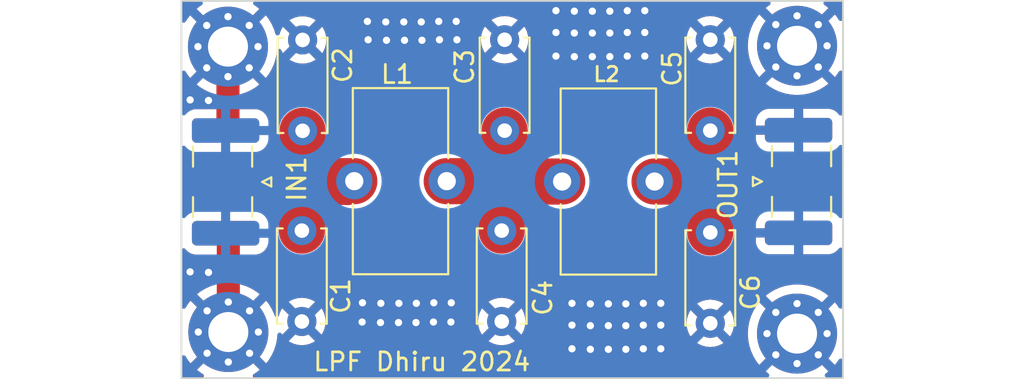
<source format=kicad_pcb>
(kicad_pcb (version 20240617) (generator "pcbnew") (generator_version "8.99")
  (layers (0 "F.Cu" signal) (31 "B.Cu" signal) (34 "B.Paste" user) (35 "F.Paste" user) (36 "B.SilkS" user "B.Silkscreen") (37 "F.SilkS" user "F.Silkscreen") (38 "B.Mask" user) (39 "F.Mask" user) (44 "Edge.Cuts" user))
  (net 0 "")
  (net 1 "GND")
  (net 2 "Net-(IN1-In)")
  (net 3 "Net-(OUT1-In)")
  (net 4 "Net-(C3-Pad1)")
  (footprint "Inductor_THT:L_Toroid_Vertical_L10.0mm_W5.0mm_P5.08mm" (layer "F.Cu") (at 106.26 103 90)
    (property "Reference" "L2" (at 5.9 2.44 180) (layer "F.SilkS") (effects (font (size 0.8 0.8))))
    (property "Value" "L_Small" (hide yes))
    (fp_line (start 5.12 -0.08) (end 5.12 5.16) (stroke (width 0.12)) (layer "F.SilkS"))
    (fp_line (start 1.255 -0.08) (end 5.12 -0.08) (stroke (width 0.12)) (layer "F.SilkS"))
    (fp_line (start -5.12 -0.08) (end -1.255 -0.08) (stroke (width 0.12)) (layer "F.SilkS"))
    (fp_line (start -5.12 -0.08) (end -5.12 5.16) (stroke (width 0.12)) (layer "F.SilkS"))
    (fp_line (start 1.255 5.16) (end 5.12 5.16) (stroke (width 0.12)) (layer "F.SilkS"))
    (fp_line (start -5.12 5.16) (end -1.255 5.16) (stroke (width 0.12)) (layer "F.SilkS"))
    (pad "1" thru_hole circle (at 0 0 90) (size 2 2) (drill 1) (layers "*.Cu" "*.Mask") (net 4 "Net-(C3-Pad1)"))
    (pad "2" thru_hole circle (at 0 5.08 90) (size 2 2) (drill 1) (layers "*.Cu" "*.Mask") (net 3 "Net-(OUT1-In)"))
  )
  (footprint "Capacitor_THT:C_Disc_D5.0mm_W2.5mm_P5.00mm" (layer "F.Cu") (at 92 100.21 90)
    (property "Reference" "C2" (at 3.61 2.2 90) (layer "F.SilkS"))
    (property "Value" "100n" (hide yes))
    (fp_line (start 5.12 -1.37) (end 5.12 -1.055) (stroke (width 0.12)) (layer "F.SilkS"))
    (fp_line (start -0.12 -1.37) (end 5.12 -1.37) (stroke (width 0.12)) (layer "F.SilkS"))
    (fp_line (start -0.12 -1.37) (end -0.12 -1.055) (stroke (width 0.12)) (layer "F.SilkS"))
    (fp_line (start 5.12 1.055) (end 5.12 1.37) (stroke (width 0.12)) (layer "F.SilkS"))
    (fp_line (start -0.12 1.055) (end -0.12 1.37) (stroke (width 0.12)) (layer "F.SilkS"))
    (fp_line (start -0.12 1.37) (end 5.12 1.37) (stroke (width 0.12)) (layer "F.SilkS"))
    (pad "1" thru_hole circle (at 0 0 90) (size 1.6 1.6) (drill 0.8) (layers "*.Cu" "*.Mask") (net 2 "Net-(IN1-In)"))
    (pad "2" thru_hole circle (at 5 0 90) (size 1.6 1.6) (drill 0.8) (layers "*.Cu" "*.Mask") (net 1 "GND"))
  )
  (footprint "Capacitor_THT:C_Disc_D5.0mm_W2.5mm_P5.00mm" (layer "F.Cu") (at 91.96 105.7 -90)
    (property "Reference" "C1" (at 3.6 -2.14 -90) (layer "F.SilkS"))
    (property "Value" "100n" (hide yes))
    (fp_line (start -0.12 1.37) (end 5.12 1.37) (stroke (width 0.12)) (layer "F.SilkS"))
    (fp_line (start -0.12 1.055) (end -0.12 1.37) (stroke (width 0.12)) (layer "F.SilkS"))
    (fp_line (start 5.12 1.055) (end 5.12 1.37) (stroke (width 0.12)) (layer "F.SilkS"))
    (fp_line (start -0.12 -1.37) (end -0.12 -1.055) (stroke (width 0.12)) (layer "F.SilkS"))
    (fp_line (start -0.12 -1.37) (end 5.12 -1.37) (stroke (width 0.12)) (layer "F.SilkS"))
    (fp_line (start 5.12 -1.37) (end 5.12 -1.055) (stroke (width 0.12)) (layer "F.SilkS"))
    (pad "1" thru_hole circle (at 0 0 270) (size 1.6 1.6) (drill 0.8) (layers "*.Cu" "*.Mask") (net 2 "Net-(IN1-In)"))
    (pad "2" thru_hole circle (at 5 0 270) (size 1.6 1.6) (drill 0.8) (layers "*.Cu" "*.Mask") (net 1 "GND"))
  )
  (footprint "Connector_Coaxial:SMA_Samtec_SMA-J-P-H-ST-EM1_EdgeMount" (layer "F.Cu") (at 119.5 103)
    (property "Reference" "OUT1" (at -4.13 0.165 90) (layer "F.SilkS"))
    (property "Value" "SMA" (hide yes))
    (fp_line (start -2.76 -0.25) (end -2.76 0.25) (stroke (width 0.12)) (layer "F.SilkS"))
    (fp_line (start -2.76 0.25) (end -2.26 0) (stroke (width 0.12)) (layer "F.SilkS"))
    (fp_line (start -2.26 0) (end -2.76 -0.25) (stroke (width 0.12)) (layer "F.SilkS"))
    (fp_line (start -1.71 -0.84) (end -1.71 -1.95) (stroke (width 0.12)) (layer "F.SilkS"))
    (fp_line (start -1.71 1.95) (end -1.71 0.84) (stroke (width 0.12)) (layer "F.SilkS"))
    (fp_line (start 1.54 -0.84) (end 1.54 -1.95) (stroke (width 0.12)) (layer "F.SilkS"))
    (fp_line (start 1.54 1.95) (end 1.54 0.84) (stroke (width 0.12)) (layer "F.SilkS"))
    (pad "1" smd roundrect (at 0 0 90) (size 1.27 3.2) (layers "F.Cu" "F.Mask") (roundrect_rratio 0.1968503937) (net 3 "Net-(OUT1-In)"))
    (pad "2" smd roundrect (at -0.25 -2.825 90) (size 1.35 3.7) (layers "F.Cu" "F.Mask") (roundrect_rratio 0.1851851852) (net 1 "GND"))
    (pad "2" smd roundrect (at -0.25 -2.825 90) (size 1.35 3.7) (layers "B.Cu" "B.Mask") (roundrect_rratio 0.1851851852) (net 1 "GND"))
    (pad "2" smd roundrect (at -0.25 2.825 90) (size 1.35 3.7) (layers "F.Cu" "F.Mask") (roundrect_rratio 0.1851851852) (net 1 "GND"))
    (pad "2" smd roundrect (at -0.25 2.825 90) (size 1.35 3.7) (layers "B.Cu" "B.Mask") (roundrect_rratio 0.1851851852) (net 1 "GND"))
  )
  (footprint "Connector_Coaxial:SMA_Samtec_SMA-J-P-H-ST-EM1_EdgeMount" (layer "F.Cu") (at 87.52 103.02 180)
    (property "Reference" "IN1" (at -4.16 0.16 90) (layer "F.SilkS"))
    (property "Value" "SMA" (hide yes))
    (fp_line (start 1.54 1.95) (end 1.54 0.84) (stroke (width 0.12)) (layer "F.SilkS"))
    (fp_line (start 1.54 -0.84) (end 1.54 -1.95) (stroke (width 0.12)) (layer "F.SilkS"))
    (fp_line (start -1.71 1.95) (end -1.71 0.84) (stroke (width 0.12)) (layer "F.SilkS"))
    (fp_line (start -1.71 -0.84) (end -1.71 -1.95) (stroke (width 0.12)) (layer "F.SilkS"))
    (fp_line (start -2.26 0) (end -2.76 -0.25) (stroke (width 0.12)) (layer "F.SilkS"))
    (fp_line (start -2.76 0.25) (end -2.26 0) (stroke (width 0.12)) (layer "F.SilkS"))
    (fp_line (start -2.76 -0.25) (end -2.76 0.25) (stroke (width 0.12)) (layer "F.SilkS"))
    (pad "1" smd roundrect (at 0 0 270) (size 1.27 3.2) (layers "F.Cu" "F.Mask") (roundrect_rratio 0.1968503937) (net 2 "Net-(IN1-In)"))
    (pad "2" smd roundrect (at -0.25 -2.825 270) (size 1.35 3.7) (layers "F.Cu" "F.Mask") (roundrect_rratio 0.1851851852) (net 1 "GND"))
    (pad "2" smd roundrect (at -0.25 -2.825 270) (size 1.35 3.7) (layers "B.Cu" "B.Mask") (roundrect_rratio 0.1851851852) (net 1 "GND"))
    (pad "2" smd roundrect (at -0.25 2.825 270) (size 1.35 3.7) (layers "F.Cu" "F.Mask") (roundrect_rratio 0.1851851852) (net 1 "GND"))
    (pad "2" smd roundrect (at -0.25 2.825 270) (size 1.35 3.7) (layers "B.Cu" "B.Mask") (roundrect_rratio 0.1851851852) (net 1 "GND"))
  )
  (footprint "Capacitor_THT:C_Disc_D5.0mm_W2.5mm_P5.00mm" (layer "F.Cu") (at 103.1 100.2 90)
    (property "Reference" "C3" (at 3.5 -2.2 90) (layer "F.SilkS"))
    (property "Value" "100n" (hide yes))
    (fp_line (start 5.12 -1.37) (end 5.12 -1.055) (stroke (width 0.12)) (layer "F.SilkS"))
    (fp_line (start -0.12 -1.37) (end 5.12 -1.37) (stroke (width 0.12)) (layer "F.SilkS"))
    (fp_line (start -0.12 -1.37) (end -0.12 -1.055) (stroke (width 0.12)) (layer "F.SilkS"))
    (fp_line (start 5.12 1.055) (end 5.12 1.37) (stroke (width 0.12)) (layer "F.SilkS"))
    (fp_line (start -0.12 1.055) (end -0.12 1.37) (stroke (width 0.12)) (layer "F.SilkS"))
    (fp_line (start -0.12 1.37) (end 5.12 1.37) (stroke (width 0.12)) (layer "F.SilkS"))
    (pad "1" thru_hole circle (at 0 0 90) (size 1.6 1.6) (drill 0.8) (layers "*.Cu" "*.Mask") (net 4 "Net-(C3-Pad1)"))
    (pad "2" thru_hole circle (at 5 0 90) (size 1.6 1.6) (drill 0.8) (layers "*.Cu" "*.Mask") (net 1 "GND"))
  )
  (footprint "Capacitor_THT:C_Disc_D5.0mm_W2.5mm_P5.00mm" (layer "F.Cu") (at 114.4 105.8 -90)
    (property "Reference" "C6" (at 3.3 -2.2 90) (layer "F.SilkS"))
    (property "Value" "100n" (hide yes))
    (fp_line (start -0.12 1.37) (end 5.12 1.37) (stroke (width 0.12)) (layer "F.SilkS"))
    (fp_line (start -0.12 1.055) (end -0.12 1.37) (stroke (width 0.12)) (layer "F.SilkS"))
    (fp_line (start 5.12 1.055) (end 5.12 1.37) (stroke (width 0.12)) (layer "F.SilkS"))
    (fp_line (start -0.12 -1.37) (end -0.12 -1.055) (stroke (width 0.12)) (layer "F.SilkS"))
    (fp_line (start -0.12 -1.37) (end 5.12 -1.37) (stroke (width 0.12)) (layer "F.SilkS"))
    (fp_line (start 5.12 -1.37) (end 5.12 -1.055) (stroke (width 0.12)) (layer "F.SilkS"))
    (pad "1" thru_hole circle (at 0 0 270) (size 1.6 1.6) (drill 0.8) (layers "*.Cu" "*.Mask") (net 3 "Net-(OUT1-In)"))
    (pad "2" thru_hole circle (at 5 0 270) (size 1.6 1.6) (drill 0.8) (layers "*.Cu" "*.Mask") (net 1 "GND"))
  )
  (footprint "MountingHole:MountingHole_2.2mm_M2_Pad_Via" (layer "F.Cu") (at 87.92 111.28)
    (property "Reference" "H4" (hide yes))
    (property "Value" "MountingHole_Pad" (hide yes))
    (pad "1" thru_hole circle (at -1.65 0) (size 0.7 0.7) (drill 0.4) (layers "*.Cu" "*.Mask") (net 1 "GND"))
    (pad "1" thru_hole circle (at -1.166726 -1.166726) (size 0.7 0.7) (drill 0.4) (layers "*.Cu" "*.Mask") (net 1 "GND"))
    (pad "1" thru_hole circle (at -1.166726 1.166726) (size 0.7 0.7) (drill 0.4) (layers "*.Cu" "*.Mask") (net 1 "GND"))
    (pad "1" thru_hole circle (at 0 -1.65) (size 0.7 0.7) (drill 0.4) (layers "*.Cu" "*.Mask") (net 1 "GND"))
    (pad "1" thru_hole circle (at 0 0) (size 4.4 4.4) (drill 2.2) (layers "*.Cu" "*.Mask") (net 1 "GND"))
    (pad "1" thru_hole circle (at 0 1.65) (size 0.7 0.7) (drill 0.4) (layers "*.Cu" "*.Mask") (net 1 "GND"))
    (pad "1" thru_hole circle (at 1.166726 -1.166726) (size 0.7 0.7) (drill 0.4) (layers "*.Cu" "*.Mask") (net 1 "GND"))
    (pad "1" thru_hole circle (at 1.166726 1.166726) (size 0.7 0.7) (drill 0.4) (layers "*.Cu" "*.Mask") (net 1 "GND"))
    (pad "1" thru_hole circle (at 1.65 0) (size 0.7 0.7) (drill 0.4) (layers "*.Cu" "*.Mask") (net 1 "GND"))
  )
  (footprint "Capacitor_THT:C_Disc_D5.0mm_W2.5mm_P5.00mm" (layer "F.Cu") (at 102.94 105.7 -90)
    (property "Reference" "C4" (at 3.7 -2.26 -90) (layer "F.SilkS"))
    (property "Value" "100n" (hide yes))
    (fp_line (start -0.12 1.37) (end 5.12 1.37) (stroke (width 0.12)) (layer "F.SilkS"))
    (fp_line (start -0.12 1.055) (end -0.12 1.37) (stroke (width 0.12)) (layer "F.SilkS"))
    (fp_line (start 5.12 1.055) (end 5.12 1.37) (stroke (width 0.12)) (layer "F.SilkS"))
    (fp_line (start -0.12 -1.37) (end -0.12 -1.055) (stroke (width 0.12)) (layer "F.SilkS"))
    (fp_line (start -0.12 -1.37) (end 5.12 -1.37) (stroke (width 0.12)) (layer "F.SilkS"))
    (fp_line (start 5.12 -1.37) (end 5.12 -1.055) (stroke (width 0.12)) (layer "F.SilkS"))
    (pad "1" thru_hole circle (at 0 0 270) (size 1.6 1.6) (drill 0.8) (layers "*.Cu" "*.Mask") (net 4 "Net-(C3-Pad1)"))
    (pad "2" thru_hole circle (at 5 0 270) (size 1.6 1.6) (drill 0.8) (layers "*.Cu" "*.Mask") (net 1 "GND"))
  )
  (footprint "MountingHole:MountingHole_2.2mm_M2_Pad_Via" (layer "F.Cu") (at 119.166726 95.533274)
    (property "Reference" "H2" (hide yes))
    (property "Value" "MountingHole_Pad" (hide yes))
    (pad "1" thru_hole circle (at -1.65 0) (size 0.7 0.7) (drill 0.4) (layers "*.Cu" "*.Mask") (net 1 "GND"))
    (pad "1" thru_hole circle (at -1.166726 -1.166726) (size 0.7 0.7) (drill 0.4) (layers "*.Cu" "*.Mask") (net 1 "GND"))
    (pad "1" thru_hole circle (at -1.166726 1.166726) (size 0.7 0.7) (drill 0.4) (layers "*.Cu" "*.Mask") (net 1 "GND"))
    (pad "1" thru_hole circle (at 0 -1.65) (size 0.7 0.7) (drill 0.4) (layers "*.Cu" "*.Mask") (net 1 "GND"))
    (pad "1" thru_hole circle (at 0 0) (size 4.4 4.4) (drill 2.2) (layers "*.Cu" "*.Mask") (net 1 "GND"))
    (pad "1" thru_hole circle (at 0 1.65) (size 0.7 0.7) (drill 0.4) (layers "*.Cu" "*.Mask") (net 1 "GND"))
    (pad "1" thru_hole circle (at 1.166726 -1.166726) (size 0.7 0.7) (drill 0.4) (layers "*.Cu" "*.Mask") (net 1 "GND"))
    (pad "1" thru_hole circle (at 1.166726 1.166726) (size 0.7 0.7) (drill 0.4) (layers "*.Cu" "*.Mask") (net 1 "GND"))
    (pad "1" thru_hole circle (at 1.65 0) (size 0.7 0.7) (drill 0.4) (layers "*.Cu" "*.Mask") (net 1 "GND"))
  )
  (footprint "MountingHole:MountingHole_2.2mm_M2_Pad_Via" (layer "F.Cu") (at 119.166726 111.366726)
    (property "Reference" "H3" (hide yes))
    (property "Value" "MountingHole_Pad" (hide yes))
    (pad "1" thru_hole circle (at -1.65 0) (size 0.7 0.7) (drill 0.4) (layers "*.Cu" "*.Mask") (net 1 "GND"))
    (pad "1" thru_hole circle (at -1.166726 -1.166726) (size 0.7 0.7) (drill 0.4) (layers "*.Cu" "*.Mask") (net 1 "GND"))
    (pad "1" thru_hole circle (at -1.166726 1.166726) (size 0.7 0.7) (drill 0.4) (layers "*.Cu" "*.Mask") (net 1 "GND"))
    (pad "1" thru_hole circle (at 0 -1.65) (size 0.7 0.7) (drill 0.4) (layers "*.Cu" "*.Mask") (net 1 "GND"))
    (pad "1" thru_hole circle (at 0 0) (size 4.4 4.4) (drill 2.2) (layers "*.Cu" "*.Mask") (net 1 "GND"))
    (pad "1" thru_hole circle (at 0 1.65) (size 0.7 0.7) (drill 0.4) (layers "*.Cu" "*.Mask") (net 1 "GND"))
    (pad "1" thru_hole circle (at 1.166726 -1.166726) (size 0.7 0.7) (drill 0.4) (layers "*.Cu" "*.Mask") (net 1 "GND"))
    (pad "1" thru_hole circle (at 1.166726 1.166726) (size 0.7 0.7) (drill 0.4) (layers "*.Cu" "*.Mask") (net 1 "GND"))
    (pad "1" thru_hole circle (at 1.65 0) (size 0.7 0.7) (drill 0.4) (layers "*.Cu" "*.Mask") (net 1 "GND"))
  )
  (footprint "Inductor_THT:L_Toroid_Vertical_L10.0mm_W5.0mm_P5.08mm" (layer "F.Cu") (at 94.84 102.98 90)
    (property "Reference" "L1" (at 5.88 2.35 180) (layer "F.SilkS"))
    (property "Value" "L_Small" (hide yes))
    (fp_line (start 5.12 -0.08) (end 5.12 5.16) (stroke (width 0.12)) (layer "F.SilkS"))
    (fp_line (start 1.255 -0.08) (end 5.12 -0.08) (stroke (width 0.12)) (layer "F.SilkS"))
    (fp_line (start -5.12 -0.08) (end -1.255 -0.08) (stroke (width 0.12)) (layer "F.SilkS"))
    (fp_line (start -5.12 -0.08) (end -5.12 5.16) (stroke (width 0.12)) (layer "F.SilkS"))
    (fp_line (start 1.255 5.16) (end 5.12 5.16) (stroke (width 0.12)) (layer "F.SilkS"))
    (fp_line (start -5.12 5.16) (end -1.255 5.16) (stroke (width 0.12)) (layer "F.SilkS"))
    (pad "1" thru_hole circle (at 0 0 90) (size 2 2) (drill 1) (layers "*.Cu" "*.Mask") (net 2 "Net-(IN1-In)"))
    (pad "2" thru_hole circle (at 0 5.08 90) (size 2 2) (drill 1) (layers "*.Cu" "*.Mask") (net 4 "Net-(C3-Pad1)"))
  )
  (footprint "MountingHole:MountingHole_2.2mm_M2_Pad_Via" (layer "F.Cu") (at 87.9 95.58)
    (property "Reference" "H1" (hide yes))
    (property "Value" "MountingHole_Pad" (hide yes))
    (pad "1" thru_hole circle (at -1.65 0) (size 0.7 0.7) (drill 0.4) (layers "*.Cu" "*.Mask") (net 1 "GND"))
    (pad "1" thru_hole circle (at -1.166726 -1.166726) (size 0.7 0.7) (drill 0.4) (layers "*.Cu" "*.Mask") (net 1 "GND"))
    (pad "1" thru_hole circle (at -1.166726 1.166726) (size 0.7 0.7) (drill 0.4) (layers "*.Cu" "*.Mask") (net 1 "GND"))
    (pad "1" thru_hole circle (at 0 -1.65) (size 0.7 0.7) (drill 0.4) (layers "*.Cu" "*.Mask") (net 1 "GND"))
    (pad "1" thru_hole circle (at 0 0) (size 4.4 4.4) (drill 2.2) (layers "*.Cu" "*.Mask") (net 1 "GND"))
    (pad "1" thru_hole circle (at 0 1.65) (size 0.7 0.7) (drill 0.4) (layers "*.Cu" "*.Mask") (net 1 "GND"))
    (pad "1" thru_hole circle (at 1.166726 -1.166726) (size 0.7 0.7) (drill 0.4) (layers "*.Cu" "*.Mask") (net 1 "GND"))
    (pad "1" thru_hole circle (at 1.166726 1.166726) (size 0.7 0.7) (drill 0.4) (layers "*.Cu" "*.Mask") (net 1 "GND"))
    (pad "1" thru_hole circle (at 1.65 0) (size 0.7 0.7) (drill 0.4) (layers "*.Cu" "*.Mask") (net 1 "GND"))
  )
  (footprint "Capacitor_THT:C_Disc_D5.0mm_W2.5mm_P5.00mm" (layer "F.Cu") (at 114.4 100.2 90)
    (property "Reference" "C5" (at 3.4 -2.1 90) (layer "F.SilkS"))
    (property "Value" "100n" (hide yes))
    (fp_line (start 5.12 -1.37) (end 5.12 -1.055) (stroke (width 0.12)) (layer "F.SilkS"))
    (fp_line (start -0.12 -1.37) (end 5.12 -1.37) (stroke (width 0.12)) (layer "F.SilkS"))
    (fp_line (start -0.12 -1.37) (end -0.12 -1.055) (stroke (width 0.12)) (layer "F.SilkS"))
    (fp_line (start 5.12 1.055) (end 5.12 1.37) (stroke (width 0.12)) (layer "F.SilkS"))
    (fp_line (start -0.12 1.055) (end -0.12 1.37) (stroke (width 0.12)) (layer "F.SilkS"))
    (fp_line (start -0.12 1.37) (end 5.12 1.37) (stroke (width 0.12)) (layer "F.SilkS"))
    (pad "1" thru_hole circle (at 0 0 90) (size 1.6 1.6) (drill 0.8) (layers "*.Cu" "*.Mask") (net 3 "Net-(OUT1-In)"))
    (pad "2" thru_hole circle (at 5 0 90) (size 1.6 1.6) (drill 0.8) (layers "*.Cu" "*.Mask") (net 1 "GND"))
  )
  (gr_rect (start 85.344 93.063) (end 121.6906 113.818) (stroke (width 0.1)) (fill none) (layer "Edge.Cuts"))
  (gr_text "LPF Dhiru 2024" (at 92.5 113.5 0) (layer "F.SilkS") (effects (font (size 1 1)) (justify left bottom)))
  (segment (start 87.9 100.065) (end 87.77 100.195) (width 1.27) (layer "F.Cu") (net 1))
  (segment (start 87.9 95.58) (end 87.9 100.065) (width 1.27) (layer "F.Cu") (net 1))
  (segment (start 87.92 111.28) (end 87.92 105.995) (width 1.27) (layer "F.Cu") (net 1))
  (segment (start 87.92 105.995) (end 87.77 105.845) (width 1.27) (layer "F.Cu") (net 1))
  (via (at 85.82 107.97) (size 0.8) (drill 0.4) (layers "F.Cu" "B.Cu") (net 1))
  (via (at 108.88 96.13) (size 0.8) (drill 0.4) (layers "F.Cu" "B.Cu") (net 1))
  (via (at 111.68 109.7) (size 0.8) (drill 0.4) (layers "F.Cu" "B.Cu") (net 1))
  (via (at 85.82 98.51) (size 0.8) (drill 0.4) (layers "F.Cu" "B.Cu") (net 1))
  (via (at 108.88 93.63) (size 0.8) (drill 0.4) (layers "F.Cu" "B.Cu") (net 1))
  (via (at 97.29 109.7) (size 0.8) (drill 0.4) (layers "F.Cu" "B.Cu") (net 1))
  (via (at 105.92 96.1) (size 0.8) (drill 0.4) (layers "F.Cu" "B.Cu") (net 1))
  (via (at 97.6 95.23) (size 0.8) (drill 0.4) (layers "F.Cu" "B.Cu") (net 1))
  (via (at 86.83 98.54) (size 0.8) (drill 0.4) (layers "F.Cu" "B.Cu") (net 1))
  (via (at 99.19 110.73) (size 0.8) (drill 0.4) (layers "F.Cu" "B.Cu") (net 1))
  (via (at 100.48 95.2) (size 0.8) (drill 0.4) (layers "F.Cu" "B.Cu") (net 1))
  (via (at 111.68 110.9) (size 0.8) (drill 0.4) (layers "F.Cu" "B.Cu") (net 1))
  (via (at 95.27 110.73) (size 0.8) (drill 0.4) (layers "F.Cu" "B.Cu") (net 1))
  (via (at 107.81 109.73) (size 0.8) (drill 0.4) (layers "F.Cu" "B.Cu") (net 1))
  (via (at 108.88 94.83) (size 0.8) (drill 0.4) (layers "F.Cu" "B.Cu") (net 1))
  (via (at 110.8 93.6) (size 0.8) (drill 0.4) (layers "F.Cu" "B.Cu") (net 1))
  (via (at 107.81 110.93) (size 0.8) (drill 0.4) (layers "F.Cu" "B.Cu") (net 1))
  (via (at 106.8 109.7) (size 0.8) (drill 0.4) (layers "F.Cu" "B.Cu") (net 1))
  (via (at 97.27 110.76) (size 0.8) (drill 0.4) (layers "F.Cu" "B.Cu") (net 1))
  (via (at 106.93 94.83) (size 0.8) (drill 0.4) (layers "F.Cu" "B.Cu") (net 1))
  (via (at 108.8 110.93) (size 0.8) (drill 0.4) (layers "F.Cu" "B.Cu") (net 1))
  (via (at 110.72 110.9) (size 0.8) (drill 0.4) (layers "F.Cu" "B.Cu") (net 1))
  (via (at 95.6 95.2) (size 0.8) (drill 0.4) (layers "F.Cu" "B.Cu") (net 1))
  (via (at 105.92 93.6) (size 0.8) (drill 0.4) (layers "F.Cu" "B.Cu") (net 1))
  (via (at 96.3 109.7) (size 0.8) (drill 0.4) (layers "F.Cu" "B.Cu") (net 1))
  (via (at 106.8 112.2) (size 0.8) (drill 0.4) (layers "F.Cu" "B.Cu") (net 1))
  (via (at 100.17 109.67) (size 0.8) (drill 0.4) (layers "F.Cu" "B.Cu") (net 1))
  (via (at 98.25 109.7) (size 0.8) (drill 0.4) (layers "F.Cu" "B.Cu") (net 1))
  (via (at 99.48 94.19) (size 0.8) (drill 0.4) (layers "F.Cu" "B.Cu") (net 1))
  (via (at 100.44 94.19) (size 0.8) (drill 0.4) (layers "F.Cu" "B.Cu") (net 1))
  (via (at 107.92 96.13) (size 0.8) (drill 0.4) (layers "F.Cu" "B.Cu") (net 1))
  (via (at 106.93 93.63) (size 0.8) (drill 0.4) (layers "F.Cu" "B.Cu") (net 1))
  (via (at 86.83 108) (size 0.8) (drill 0.4) (layers "F.Cu" "B.Cu") (net 1))
  (via (at 109.76 109.73) (size 0.8) (drill 0.4) (layers "F.Cu" "B.Cu") (net 1))
  (via (at 99.52 95.2) (size 0.8) (drill 0.4) (layers "F.Cu" "B.Cu") (net 1))
  (via (at 107.92 94.83) (size 0.8) (drill 0.4) (layers "F.Cu" "B.Cu") (net 1))
  (via (at 95.56 94.19) (size 0.8) (drill 0.4) (layers "F.Cu" "B.Cu") (net 1))
  (via (at 108.8 109.73) (size 0.8) (drill 0.4) (layers "F.Cu" "B.Cu") (net 1))
  (via (at 96.57 94.22) (size 0.8) (drill 0.4) (layers "F.Cu" "B.Cu") (net 1))
  (via (at 109.84 96.1) (size 0.8) (drill 0.4) (layers "F.Cu" "B.Cu") (net 1))
  (via (at 109.76 112.23) (size 0.8) (drill 0.4) (layers "F.Cu" "B.Cu") (net 1))
  (via (at 95.29 109.67) (size 0.8) (drill 0.4) (layers "F.Cu" "B.Cu") (net 1))
  (via (at 110.8 96.1) (size 0.8) (drill 0.4) (layers "F.Cu" "B.Cu") (net 1))
  (via (at 105.92 94.8) (size 0.8) (drill 0.4) (layers "F.Cu" "B.Cu") (net 1))
  (via (at 107.81 112.23) (size 0.8) (drill 0.4) (layers "F.Cu" "B.Cu") (net 1))
  (via (at 106.93 96.13) (size 0.8) (drill 0.4) (layers "F.Cu" "B.Cu") (net 1))
  (via (at 98.56 95.23) (size 0.8) (drill 0.4) (layers "F.Cu" "B.Cu") (net 1))
  (via (at 106.8 110.9) (size 0.8) (drill 0.4) (layers "F.Cu" "B.Cu") (net 1))
  (via (at 96.28 110.76) (size 0.8) (drill 0.4) (layers "F.Cu" "B.Cu") (net 1))
  (via (at 110.8 94.8) (size 0.8) (drill 0.4) (layers "F.Cu" "B.Cu") (net 1))
  (via (at 109.84 94.8) (size 0.8) (drill 0.4) (layers "F.Cu" "B.Cu") (net 1))
  (via (at 98.52 94.22) (size 0.8) (drill 0.4) (layers "F.Cu" "B.Cu") (net 1))
  (via (at 98.23 110.76) (size 0.8) (drill 0.4) (layers "F.Cu" "B.Cu") (net 1))
  (via (at 109.76 110.93) (size 0.8) (drill 0.4) (layers "F.Cu" "B.Cu") (net 1))
  (via (at 96.61 95.23) (size 0.8) (drill 0.4) (layers "F.Cu" "B.Cu") (net 1))
  (via (at 100.15 110.73) (size 0.8) (drill 0.4) (layers "F.Cu" "B.Cu") (net 1))
  (via (at 111.68 112.2) (size 0.8) (drill 0.4) (layers "F.Cu" "B.Cu") (net 1))
  (via (at 107.92 93.63) (size 0.8) (drill 0.4) (layers "F.Cu" "B.Cu") (net 1))
  (via (at 109.84 93.6) (size 0.8) (drill 0.4) (layers "F.Cu" "B.Cu") (net 1))
  (via (at 108.8 112.23) (size 0.8) (drill 0.4) (layers "F.Cu" "B.Cu") (net 1))
  (via (at 97.56 94.22) (size 0.8) (drill 0.4) (layers "F.Cu" "B.Cu") (net 1))
  (via (at 110.72 112.2) (size 0.8) (drill 0.4) (layers "F.Cu" "B.Cu") (net 1))
  (via (at 110.72 109.7) (size 0.8) (drill 0.4) (layers "F.Cu" "B.Cu") (net 1))
  (via (at 99.21 109.67) (size 0.8) (drill 0.4) (layers "F.Cu" "B.Cu") (net 1))
  (segment (start 94.84 102.98) (end 87.56 102.98) (width 2.54) (layer "F.Cu") (net 2))
  (segment (start 94.48 103.02) (end 94.5 103) (width 2.54) (layer "F.Cu") (net 2))
  (segment (start 92.5 102.99) (end 92.47 103.02) (width 2.54) (layer "F.Cu") (net 2))
  (segment (start 91.96 105.7) (end 91.96 103.53) (width 2.54) (layer "F.Cu") (net 2))
  (segment (start 92 100.21) (end 92 103.49) (width 2.54) (layer "F.Cu") (net 2))
  (segment (start 91.96 103.53) (end 92.47 103.02) (width 2.54) (layer "F.Cu") (net 2))
  (segment (start 92 103.49) (end 91.96 103.53) (width 2.54) (layer "F.Cu") (net 2))
  (segment (start 92.47 103.02) (end 94.48 103.02) (width 2.54) (layer "F.Cu") (net 2))
  (segment (start 119.5 103) (end 113.8 103) (width 2.54) (layer "F.Cu") (net 3))
  (segment (start 114.4 105.8) (end 114.4 104.3) (width 2.54) (layer "F.Cu") (net 3))
  (segment (start 111.34 103) (end 113.8 103) (width 2.54) (layer "F.Cu") (net 3))
  (segment (start 113.8 103) (end 114.4 102.4) (width 2.54) (layer "F.Cu") (net 3))
  (segment (start 114.4 100.2) (end 114.4 104.3) (width 2.54) (layer "F.Cu") (net 3))
  (segment (start 114.4 102.4) (end 114.4 100.2) (width 2.54) (layer "F.Cu") (net 3))
  (segment (start 102.94 103) (end 102.92 102.98) (width 2.54) (layer "F.Cu") (net 4))
  (segment (start 103.1 102.8) (end 103.1 100.2) (width 2.54) (layer "F.Cu") (net 4))
  (segment (start 102.92 102.98) (end 103.1 102.8) (width 2.54) (layer "F.Cu") (net 4))
  (segment (start 104.8 103) (end 106.26 103) (width 2.54) (layer "F.Cu") (net 4))
  (segment (start 102.92 102.98) (end 99.92 102.98) (width 2.54) (layer "F.Cu") (net 4))
  (segment (start 102.94 103) (end 104.8 103) (width 2.54) (layer "F.Cu") (net 4))
  (segment (start 102.94 105.7) (end 102.94 103) (width 2.54) (layer "F.Cu") (net 4))
  (zone (net 1) (net_name "GND") (layer "F.Cu") (connect_pads (clearance 0.5)) (min_thickness 0.25) (fill yes (thermal_gap 0.5) (thermal_bridge_width 0.5))
    (polygon (pts (xy 85.384 93.117) (xy 121.726 93.047) (xy 121.646 113.758) (xy 85.304 113.828)))
  )
  (zone (net 1) (net_name "GND") (layer "B.Cu") (priority 1) (connect_pads (clearance 0.5)) (min_thickness 0.25) (fill yes (thermal_gap 0.5) (thermal_bridge_width 0.5))
    (polygon (pts (xy 85.32 93.06) (xy 85.34 113.79) (xy 121.73 113.79) (xy 121.71 93.06)))
  )
)
</source>
